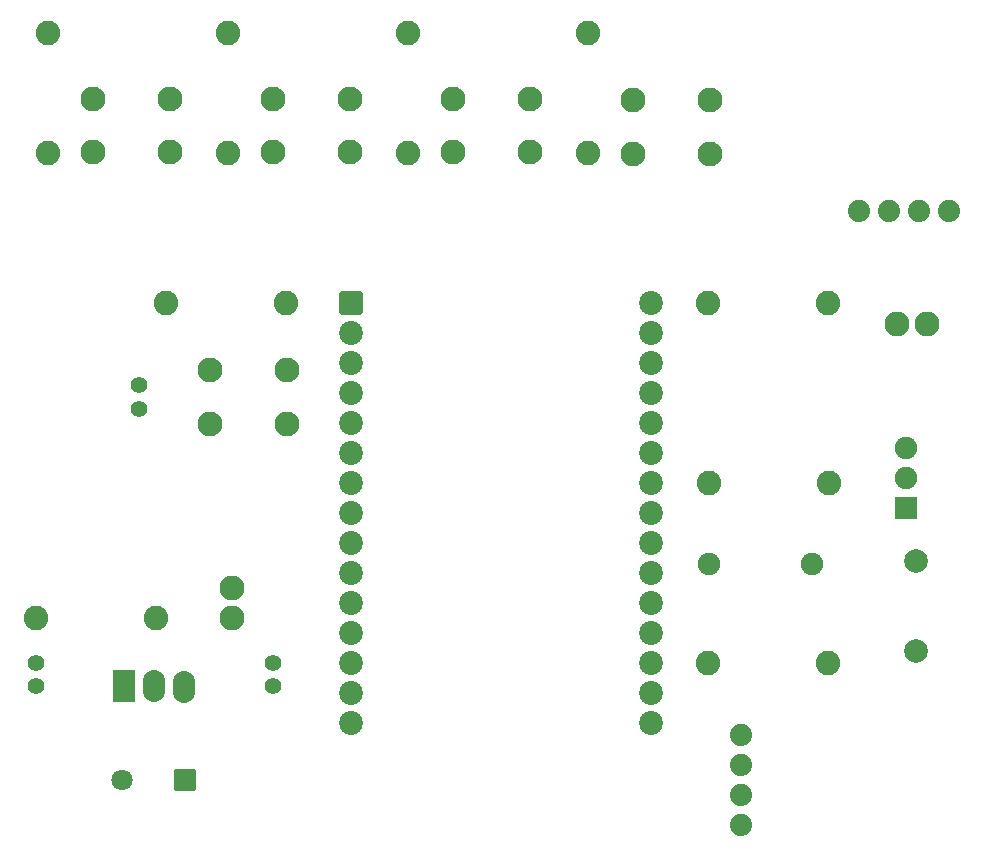
<source format=gbs>
G04 Layer: BottomSolderMaskLayer*
G04 EasyEDA v6.5.22, 2022-12-28 23:50:03*
G04 d063097526e5497293d9c31780fe4a5b,1c40624b1397419d878b7769f07bb2b0,10*
G04 Gerber Generator version 0.2*
G04 Scale: 100 percent, Rotated: No, Reflected: No *
G04 Dimensions in millimeters *
G04 leading zeros omitted , absolute positions ,4 integer and 5 decimal *
%FSLAX45Y45*%
%MOMM*%

%AMMACRO1*1,1,$1,$2,$3*1,1,$1,$4,$5*1,1,$1,0-$2,0-$3*1,1,$1,0-$4,0-$5*20,1,$1,$2,$3,$4,$5,0*20,1,$1,$4,$5,0-$2,0-$3,0*20,1,$1,0-$2,0-$3,0-$4,0-$5,0*20,1,$1,0-$4,0-$5,$2,$3,0*4,1,4,$2,$3,$4,$5,0-$2,0-$3,0-$4,0-$5,$2,$3,0*%
%ADD10C,2.0828*%
%ADD11C,1.4016*%
%ADD12C,2.1032*%
%ADD13C,1.9016*%
%ADD14C,1.8796*%
%ADD15C,2.0032*%
%ADD16MACRO1,0.1016X-0.9X0.9X0.9X0.9*%
%ADD17C,2.1016*%
%ADD18MACRO1,0.5X-0.762X0.762X0.762X0.762*%
%ADD19C,2.0240*%
%ADD20O,1.9015964X2.7015948*%
%ADD21MACRO1,0.1016X-0.9X1.3X0.9X1.3*%
%ADD22MACRO1,0.1016X-0.85X0.85X0.85X0.85*%
%ADD23C,1.8016*%

%LPD*%
D10*
G01*
X520700Y1117600D03*
G01*
X1536700Y1117600D03*
D11*
G01*
X1397000Y3084499D03*
G01*
X1397000Y2884500D03*
G01*
X520700Y734999D03*
G01*
X520700Y535000D03*
G01*
X2527300Y535000D03*
G01*
X2527300Y734999D03*
D12*
G01*
X7810500Y3606800D03*
G01*
X8064500Y3606800D03*
G01*
X2184400Y1117600D03*
G01*
X2184400Y1371600D03*
D13*
G01*
X6219799Y1574800D03*
G01*
X7089800Y1574800D03*
D14*
G01*
X7493000Y4559300D03*
G01*
X7747000Y4559300D03*
G01*
X8001000Y4559300D03*
G01*
X8255000Y4559300D03*
G01*
X6489700Y127000D03*
G01*
X6489700Y-127000D03*
G01*
X6489700Y-381000D03*
G01*
X6489700Y-635000D03*
D15*
G01*
X7975600Y838200D03*
G01*
X7975600Y1600200D03*
D16*
G01*
X7886700Y2044700D03*
D13*
G01*
X7886700Y2298700D03*
G01*
X7886700Y2552700D03*
D10*
G01*
X6210300Y3784600D03*
G01*
X7226300Y3784600D03*
G01*
X2641600Y3784600D03*
G01*
X1625600Y3784600D03*
G01*
X6223000Y2260600D03*
G01*
X7239000Y2260600D03*
G01*
X6210300Y736600D03*
G01*
X7226300Y736600D03*
G01*
X622300Y5054600D03*
G01*
X622300Y6070600D03*
G01*
X2146300Y5054600D03*
G01*
X2146300Y6070600D03*
G01*
X3670300Y5054600D03*
G01*
X3670300Y6070600D03*
G01*
X5194300Y5054600D03*
G01*
X5194300Y6070600D03*
D17*
G01*
X1999106Y3209493D03*
G01*
X2649093Y3209493D03*
G01*
X2649093Y2759506D03*
G01*
X1999106Y2759506D03*
G01*
X1658493Y5058206D03*
G01*
X1008506Y5058206D03*
G01*
X1008506Y5508193D03*
G01*
X1658493Y5508193D03*
G01*
X3182493Y5058206D03*
G01*
X2532506Y5058206D03*
G01*
X2532506Y5508193D03*
G01*
X3182493Y5508193D03*
G01*
X4706493Y5058206D03*
G01*
X4056506Y5058206D03*
G01*
X4056506Y5508193D03*
G01*
X4706493Y5508193D03*
G01*
X6230493Y5045506D03*
G01*
X5580506Y5045506D03*
G01*
X5580506Y5495493D03*
G01*
X6230493Y5495493D03*
D18*
G01*
X3187700Y3784625D03*
D19*
G01*
X3187725Y3530574D03*
G01*
X3187725Y3276574D03*
G01*
X3187725Y3022574D03*
G01*
X3187725Y2768574D03*
G01*
X3187725Y2514574D03*
G01*
X3187725Y2260574D03*
G01*
X3187725Y2006574D03*
G01*
X3187725Y1752574D03*
G01*
X3187725Y1498574D03*
G01*
X3187725Y1244574D03*
G01*
X3187725Y990574D03*
G01*
X3187725Y736574D03*
G01*
X3187725Y482574D03*
G01*
X3187725Y228574D03*
G01*
X5727725Y228574D03*
G01*
X5727725Y482574D03*
G01*
X5727725Y736574D03*
G01*
X5727725Y990574D03*
G01*
X5727725Y1244574D03*
G01*
X5727725Y1498574D03*
G01*
X5727725Y1752574D03*
G01*
X5727725Y2006574D03*
G01*
X5727725Y2260574D03*
G01*
X5727725Y2514574D03*
G01*
X5727725Y2768574D03*
G01*
X5727725Y3022574D03*
G01*
X5727725Y3276574D03*
G01*
X5727725Y3530574D03*
G01*
X5727725Y3784574D03*
D20*
G01*
X1524000Y533882D03*
G01*
X1778025Y532892D03*
D21*
G01*
X1269987Y533895D03*
D22*
G01*
X1780539Y-254000D03*
D23*
G01*
X1252220Y-254000D03*
M02*

</source>
